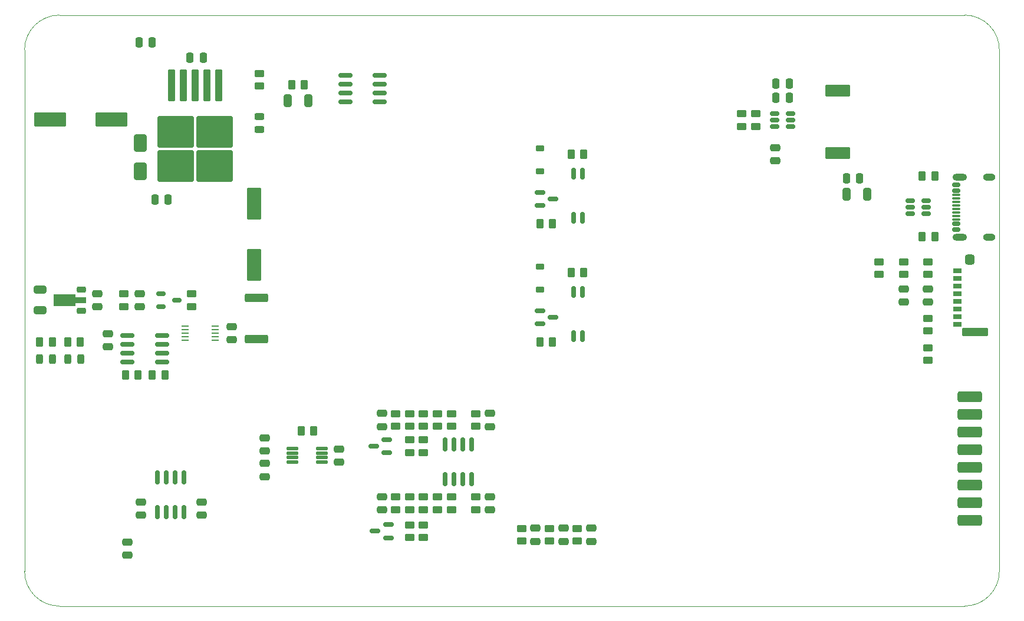
<source format=gbr>
%TF.GenerationSoftware,KiCad,Pcbnew,9.0.5*%
%TF.CreationDate,2025-12-08T19:50:26+01:00*%
%TF.ProjectId,inz,696e7a2e-6b69-4636-9164-5f7063625858,rev?*%
%TF.SameCoordinates,Original*%
%TF.FileFunction,Paste,Top*%
%TF.FilePolarity,Positive*%
%FSLAX46Y46*%
G04 Gerber Fmt 4.6, Leading zero omitted, Abs format (unit mm)*
G04 Created by KiCad (PCBNEW 9.0.5) date 2025-12-08 19:50:26*
%MOMM*%
%LPD*%
G01*
G04 APERTURE LIST*
G04 Aperture macros list*
%AMRoundRect*
0 Rectangle with rounded corners*
0 $1 Rounding radius*
0 $2 $3 $4 $5 $6 $7 $8 $9 X,Y pos of 4 corners*
0 Add a 4 corners polygon primitive as box body*
4,1,4,$2,$3,$4,$5,$6,$7,$8,$9,$2,$3,0*
0 Add four circle primitives for the rounded corners*
1,1,$1+$1,$2,$3*
1,1,$1+$1,$4,$5*
1,1,$1+$1,$6,$7*
1,1,$1+$1,$8,$9*
0 Add four rect primitives between the rounded corners*
20,1,$1+$1,$2,$3,$4,$5,0*
20,1,$1+$1,$4,$5,$6,$7,0*
20,1,$1+$1,$6,$7,$8,$9,0*
20,1,$1+$1,$8,$9,$2,$3,0*%
%AMFreePoly0*
4,1,9,3.862500,-0.866500,0.737500,-0.866500,0.737500,-0.450000,-0.737500,-0.450000,-0.737500,0.450000,0.737500,0.450000,0.737500,0.866500,3.862500,0.866500,3.862500,-0.866500,3.862500,-0.866500,$1*%
G04 Aperture macros list end*
%ADD10RoundRect,0.250000X0.450000X-0.262500X0.450000X0.262500X-0.450000X0.262500X-0.450000X-0.262500X0*%
%ADD11RoundRect,0.250000X0.262500X0.450000X-0.262500X0.450000X-0.262500X-0.450000X0.262500X-0.450000X0*%
%ADD12RoundRect,0.250000X0.250000X0.475000X-0.250000X0.475000X-0.250000X-0.475000X0.250000X-0.475000X0*%
%ADD13RoundRect,0.250000X-0.450000X0.262500X-0.450000X-0.262500X0.450000X-0.262500X0.450000X0.262500X0*%
%ADD14RoundRect,0.150000X0.512500X0.150000X-0.512500X0.150000X-0.512500X-0.150000X0.512500X-0.150000X0*%
%ADD15RoundRect,0.243750X-0.456250X0.243750X-0.456250X-0.243750X0.456250X-0.243750X0.456250X0.243750X0*%
%ADD16RoundRect,0.250000X-0.325000X-0.650000X0.325000X-0.650000X0.325000X0.650000X-0.325000X0.650000X0*%
%ADD17RoundRect,0.250000X-0.475000X0.250000X-0.475000X-0.250000X0.475000X-0.250000X0.475000X0.250000X0*%
%ADD18RoundRect,0.225000X-0.375000X0.225000X-0.375000X-0.225000X0.375000X-0.225000X0.375000X0.225000X0*%
%ADD19RoundRect,0.250000X0.650000X-1.000000X0.650000X1.000000X-0.650000X1.000000X-0.650000X-1.000000X0*%
%ADD20RoundRect,0.250000X-0.250000X-0.475000X0.250000X-0.475000X0.250000X0.475000X-0.250000X0.475000X0*%
%ADD21RoundRect,0.150000X0.587500X0.150000X-0.587500X0.150000X-0.587500X-0.150000X0.587500X-0.150000X0*%
%ADD22RoundRect,0.250000X-2.375000X2.025000X-2.375000X-2.025000X2.375000X-2.025000X2.375000X2.025000X0*%
%ADD23RoundRect,0.250000X-0.300000X2.050000X-0.300000X-2.050000X0.300000X-2.050000X0.300000X2.050000X0*%
%ADD24RoundRect,0.250001X2.049999X0.799999X-2.049999X0.799999X-2.049999X-0.799999X2.049999X-0.799999X0*%
%ADD25RoundRect,0.250000X-1.425000X0.362500X-1.425000X-0.362500X1.425000X-0.362500X1.425000X0.362500X0*%
%ADD26RoundRect,0.250000X-0.262500X-0.450000X0.262500X-0.450000X0.262500X0.450000X-0.262500X0.450000X0*%
%ADD27RoundRect,0.150000X-0.825000X-0.150000X0.825000X-0.150000X0.825000X0.150000X-0.825000X0.150000X0*%
%ADD28RoundRect,0.150000X0.425000X-0.150000X0.425000X0.150000X-0.425000X0.150000X-0.425000X-0.150000X0*%
%ADD29RoundRect,0.075000X0.500000X-0.075000X0.500000X0.075000X-0.500000X0.075000X-0.500000X-0.075000X0*%
%ADD30O,2.100000X1.000000*%
%ADD31O,1.800000X1.000000*%
%ADD32RoundRect,0.125000X-0.687500X-0.125000X0.687500X-0.125000X0.687500X0.125000X-0.687500X0.125000X0*%
%ADD33RoundRect,0.150000X-0.512500X-0.150000X0.512500X-0.150000X0.512500X0.150000X-0.512500X0.150000X0*%
%ADD34RoundRect,0.150000X-0.150000X0.662500X-0.150000X-0.662500X0.150000X-0.662500X0.150000X0.662500X0*%
%ADD35RoundRect,0.250000X-0.650000X0.325000X-0.650000X-0.325000X0.650000X-0.325000X0.650000X0.325000X0*%
%ADD36RoundRect,0.225000X0.425000X0.225000X-0.425000X0.225000X-0.425000X-0.225000X0.425000X-0.225000X0*%
%ADD37FreePoly0,180.000000*%
%ADD38RoundRect,0.150000X-0.587500X-0.150000X0.587500X-0.150000X0.587500X0.150000X-0.587500X0.150000X0*%
%ADD39RoundRect,0.250000X0.475000X-0.250000X0.475000X0.250000X-0.475000X0.250000X-0.475000X-0.250000X0*%
%ADD40RoundRect,0.250000X0.325000X0.650000X-0.325000X0.650000X-0.325000X-0.650000X0.325000X-0.650000X0*%
%ADD41RoundRect,0.049000X0.551000X-0.301000X0.551000X0.301000X-0.551000X0.301000X-0.551000X-0.301000X0*%
%ADD42RoundRect,0.300000X1.600000X-0.300000X1.600000X0.300000X-1.600000X0.300000X-1.600000X-0.300000X0*%
%ADD43RoundRect,0.350000X0.350000X-0.375000X0.350000X0.375000X-0.350000X0.375000X-0.350000X-0.375000X0*%
%ADD44R,1.100000X0.250000*%
%ADD45RoundRect,0.255000X-1.545000X0.595000X-1.545000X-0.595000X1.545000X-0.595000X1.545000X0.595000X0*%
%ADD46RoundRect,0.243750X0.243750X0.456250X-0.243750X0.456250X-0.243750X-0.456250X0.243750X-0.456250X0*%
%ADD47RoundRect,0.250001X-0.799999X2.049999X-0.799999X-2.049999X0.799999X-2.049999X0.799999X2.049999X0*%
%ADD48RoundRect,0.150000X-0.150000X0.825000X-0.150000X-0.825000X0.150000X-0.825000X0.150000X0.825000X0*%
%ADD49RoundRect,0.250000X-1.500000X-0.500000X1.500000X-0.500000X1.500000X0.500000X-1.500000X0.500000X0*%
%TA.AperFunction,Profile*%
%ADD50C,0.050000*%
%TD*%
G04 APERTURE END LIST*
D10*
%TO.C,R212*%
X112297762Y-94151717D03*
X112297762Y-92326717D03*
%TD*%
D11*
%TO.C,R607*%
X61000000Y-70000000D03*
X59175000Y-70000000D03*
%TD*%
D12*
%TO.C,C402*%
X162806319Y-34865093D03*
X160906319Y-34865093D03*
%TD*%
D10*
%TO.C,R407*%
X132378662Y-98654732D03*
X132378662Y-96829732D03*
%TD*%
%TO.C,R207*%
X108297762Y-85901717D03*
X108297762Y-84076717D03*
%TD*%
D12*
%TO.C,C602*%
X71350000Y-26900000D03*
X69450000Y-26900000D03*
%TD*%
D13*
%TO.C,R208*%
X110297762Y-80326717D03*
X110297762Y-82151717D03*
%TD*%
D11*
%TO.C,R501*%
X133325000Y-60000000D03*
X131500000Y-60000000D03*
%TD*%
D13*
%TO.C,R217*%
X110297762Y-92326717D03*
X110297762Y-94151717D03*
%TD*%
D14*
%TO.C,U401*%
X182494307Y-51580275D03*
X182494307Y-50630275D03*
X182494307Y-49680275D03*
X180219307Y-49680275D03*
X180219307Y-50630275D03*
X180219307Y-51580275D03*
%TD*%
D15*
%TO.C,D602*%
X86700000Y-37562500D03*
X86700000Y-39437500D03*
%TD*%
D10*
%TO.C,R603*%
X67255000Y-64912500D03*
X67255000Y-63087500D03*
%TD*%
D11*
%TO.C,R401*%
X183744307Y-54880275D03*
X181919307Y-54880275D03*
%TD*%
D16*
%TO.C,C410*%
X171053813Y-48773171D03*
X174003813Y-48773171D03*
%TD*%
D17*
%TO.C,C607*%
X65000000Y-68800000D03*
X65000000Y-70700000D03*
%TD*%
%TO.C,C203*%
X104297762Y-80289217D03*
X104297762Y-82189217D03*
%TD*%
D18*
%TO.C,D502*%
X127000000Y-42200000D03*
X127000000Y-45500000D03*
%TD*%
D13*
%TO.C,R410*%
X175724832Y-58493946D03*
X175724832Y-60318946D03*
%TD*%
%TO.C,R215*%
X108297762Y-92326717D03*
X108297762Y-94151717D03*
%TD*%
D19*
%TO.C,D601*%
X69630000Y-45425000D03*
X69630000Y-41425000D03*
%TD*%
D10*
%TO.C,R210*%
X114297762Y-94151717D03*
X114297762Y-92326717D03*
%TD*%
D13*
%TO.C,R404*%
X156000000Y-37200000D03*
X156000000Y-39025000D03*
%TD*%
D10*
%TO.C,R601*%
X86700000Y-33200000D03*
X86700000Y-31375000D03*
%TD*%
D11*
%TO.C,R504*%
X128825000Y-53000000D03*
X127000000Y-53000000D03*
%TD*%
D20*
%TO.C,C604*%
X71705000Y-49500000D03*
X73605000Y-49500000D03*
%TD*%
D13*
%TO.C,R604*%
X77005000Y-63087500D03*
X77005000Y-64912500D03*
%TD*%
D11*
%TO.C,R602*%
X57000000Y-70000000D03*
X55175000Y-70000000D03*
%TD*%
D21*
%TO.C,U203*%
X104985262Y-85939217D03*
X104985262Y-84039217D03*
X103110262Y-84989217D03*
%TD*%
D22*
%TO.C,U601*%
X80275000Y-39825000D03*
X74725000Y-39825000D03*
X80275000Y-44675000D03*
X74725000Y-44675000D03*
D23*
X80900000Y-33100000D03*
X79200000Y-33100000D03*
X77500000Y-33100000D03*
X75800000Y-33100000D03*
X74100000Y-33100000D03*
%TD*%
D12*
%TO.C,C603*%
X78650000Y-29100000D03*
X76750000Y-29100000D03*
%TD*%
D13*
%TO.C,R408*%
X182724832Y-58493946D03*
X182724832Y-60318946D03*
%TD*%
D24*
%TO.C,C601*%
X65455591Y-38027795D03*
X56655591Y-38027795D03*
%TD*%
D17*
%TO.C,C606*%
X82750000Y-67800000D03*
X82750000Y-69700000D03*
%TD*%
D14*
%TO.C,U402*%
X162993819Y-39065093D03*
X162993819Y-38115093D03*
X162993819Y-37165093D03*
X160718819Y-37165093D03*
X160718819Y-38115093D03*
X160718819Y-39065093D03*
%TD*%
D25*
%TO.C,R608*%
X86300000Y-63637500D03*
X86300000Y-69562500D03*
%TD*%
D13*
%TO.C,R201*%
X114297762Y-80326717D03*
X114297762Y-82151717D03*
%TD*%
D26*
%TO.C,R606*%
X71337500Y-74750000D03*
X73162500Y-74750000D03*
%TD*%
D17*
%TO.C,C409*%
X182724832Y-62368946D03*
X182724832Y-64268946D03*
%TD*%
D27*
%TO.C,U603*%
X67775000Y-69095000D03*
X67775000Y-70365000D03*
X67775000Y-71635000D03*
X67775000Y-72905000D03*
X72725000Y-72905000D03*
X72725000Y-71635000D03*
X72725000Y-70365000D03*
X72725000Y-69095000D03*
%TD*%
D11*
%TO.C,R503*%
X133325000Y-43000000D03*
X131500000Y-43000000D03*
%TD*%
D17*
%TO.C,C408*%
X179224832Y-62368946D03*
X179224832Y-64268946D03*
%TD*%
D10*
%TO.C,R412*%
X182750000Y-72662500D03*
X182750000Y-70837500D03*
%TD*%
%TO.C,R406*%
X128378662Y-98654732D03*
X128378662Y-96829732D03*
%TD*%
D28*
%TO.C,J402*%
X186775000Y-53825000D03*
X186775000Y-53025000D03*
D29*
X186775000Y-51875000D03*
X186775000Y-50875000D03*
X186775000Y-50375000D03*
X186775000Y-49375000D03*
D28*
X186775000Y-48225000D03*
X186775000Y-47425000D03*
X186775000Y-47425000D03*
X186775000Y-48225000D03*
D29*
X186775000Y-48875000D03*
X186775000Y-49875000D03*
X186775000Y-51375000D03*
X186775000Y-52375000D03*
D28*
X186775000Y-53025000D03*
X186775000Y-53825000D03*
D30*
X187350000Y-54945000D03*
D31*
X191530000Y-54945000D03*
D30*
X187350000Y-46305000D03*
D31*
X191530000Y-46305000D03*
%TD*%
D13*
%TO.C,R214*%
X108297762Y-96326717D03*
X108297762Y-98151717D03*
%TD*%
D32*
%TO.C,U201*%
X91500000Y-85350000D03*
X91500000Y-86000000D03*
X91500000Y-86650000D03*
X91500000Y-87300000D03*
X95725000Y-87300000D03*
X95725000Y-86650000D03*
X95725000Y-86000000D03*
X95725000Y-85350000D03*
%TD*%
D33*
%TO.C,U605*%
X72617500Y-63050000D03*
X72617500Y-64950000D03*
X74892500Y-64000000D03*
%TD*%
D34*
%TO.C,U502*%
X133135000Y-45812500D03*
X131865000Y-45812500D03*
X131865000Y-52187500D03*
X133135000Y-52187500D03*
%TD*%
D35*
%TO.C,C608*%
X55205000Y-62525000D03*
X55205000Y-65475000D03*
%TD*%
D36*
%TO.C,U604*%
X61155000Y-65500000D03*
D37*
X61067500Y-64000000D03*
D36*
X61155000Y-62500000D03*
%TD*%
D13*
%TO.C,R411*%
X182724832Y-66618946D03*
X182724832Y-68443946D03*
%TD*%
D17*
%TO.C,C201*%
X98135000Y-85405000D03*
X98135000Y-87305000D03*
%TD*%
D10*
%TO.C,R213*%
X117797762Y-94151717D03*
X117797762Y-92326717D03*
%TD*%
D17*
%TO.C,C210*%
X69700000Y-93050000D03*
X69700000Y-94950000D03*
%TD*%
D26*
%TO.C,R301*%
X91345247Y-33062747D03*
X93170247Y-33062747D03*
%TD*%
D38*
%TO.C,Q501*%
X127000000Y-65500000D03*
X127000000Y-67400000D03*
X128875000Y-66450000D03*
%TD*%
D17*
%TO.C,C405*%
X134378662Y-96792232D03*
X134378662Y-98692232D03*
%TD*%
D38*
%TO.C,Q502*%
X127000000Y-48500000D03*
X127000000Y-50400000D03*
X128875000Y-49450000D03*
%TD*%
D27*
%TO.C,U301*%
X99050000Y-31690000D03*
X99050000Y-32960000D03*
X99050000Y-34230000D03*
X99050000Y-35500000D03*
X104000000Y-35500000D03*
X104000000Y-34230000D03*
X104000000Y-32960000D03*
X104000000Y-31690000D03*
%TD*%
D17*
%TO.C,C407*%
X126378662Y-96792232D03*
X126378662Y-98692232D03*
%TD*%
D39*
%TO.C,C207*%
X78400000Y-94950000D03*
X78400000Y-93050000D03*
%TD*%
D34*
%TO.C,U501*%
X133135000Y-62812500D03*
X131865000Y-62812500D03*
X131865000Y-69187500D03*
X133135000Y-69187500D03*
%TD*%
D39*
%TO.C,C609*%
X63430000Y-64950000D03*
X63430000Y-63050000D03*
%TD*%
D40*
%TO.C,C301*%
X93732747Y-35312747D03*
X90782747Y-35312747D03*
%TD*%
D17*
%TO.C,C406*%
X130378662Y-96792232D03*
X130378662Y-98692232D03*
%TD*%
D11*
%TO.C,R502*%
X128825000Y-70000000D03*
X127000000Y-70000000D03*
%TD*%
D41*
%TO.C,J412*%
X186974832Y-59768946D03*
X186974832Y-60868946D03*
X186974832Y-61968946D03*
X186974832Y-63068946D03*
X186974832Y-64168946D03*
X186974832Y-65268946D03*
X186974832Y-66368946D03*
X186974832Y-67468946D03*
D42*
X189474832Y-68618946D03*
D43*
X188724832Y-58143946D03*
%TD*%
D44*
%TO.C,U602*%
X80400000Y-69750000D03*
X80400000Y-69250000D03*
X80400000Y-68750000D03*
X80400000Y-68250000D03*
X80400000Y-67750000D03*
X76100000Y-67750000D03*
X76100000Y-68250000D03*
X76100000Y-68750000D03*
X76100000Y-69250000D03*
X76100000Y-69750000D03*
%TD*%
D45*
%TO.C,L401*%
X169743819Y-33865093D03*
X169743819Y-42865093D03*
%TD*%
D10*
%TO.C,R216*%
X110297762Y-98151717D03*
X110297762Y-96326717D03*
%TD*%
D39*
%TO.C,C202*%
X119797762Y-82189217D03*
X119797762Y-80289217D03*
%TD*%
D13*
%TO.C,R409*%
X179224832Y-58493946D03*
X179224832Y-60318946D03*
%TD*%
D46*
%TO.C,D604*%
X61050000Y-72500000D03*
X59175000Y-72500000D03*
%TD*%
D10*
%TO.C,R206*%
X108297762Y-82151717D03*
X108297762Y-80326717D03*
%TD*%
D13*
%TO.C,R211*%
X106297762Y-92326717D03*
X106297762Y-94151717D03*
%TD*%
%TO.C,R203*%
X112297762Y-80326717D03*
X112297762Y-82151717D03*
%TD*%
D17*
%TO.C,C610*%
X69505000Y-63050000D03*
X69505000Y-64950000D03*
%TD*%
%TO.C,C204*%
X87500000Y-87500000D03*
X87500000Y-89400000D03*
%TD*%
%TO.C,C205*%
X87500000Y-83800000D03*
X87500000Y-85700000D03*
%TD*%
D47*
%TO.C,C605*%
X86000000Y-50100000D03*
X86000000Y-58900000D03*
%TD*%
D10*
%TO.C,R403*%
X158000000Y-39025000D03*
X158000000Y-37200000D03*
%TD*%
D17*
%TO.C,C208*%
X119797762Y-92289217D03*
X119797762Y-94189217D03*
%TD*%
D12*
%TO.C,C403*%
X162806319Y-32865093D03*
X160906319Y-32865093D03*
%TD*%
D26*
%TO.C,R605*%
X67500000Y-74750000D03*
X69325000Y-74750000D03*
%TD*%
D13*
%TO.C,R205*%
X117797762Y-80326717D03*
X117797762Y-82151717D03*
%TD*%
D18*
%TO.C,D501*%
X127000000Y-59200000D03*
X127000000Y-62500000D03*
%TD*%
D13*
%TO.C,R202*%
X106297762Y-80326717D03*
X106297762Y-82151717D03*
%TD*%
D17*
%TO.C,C206*%
X67750000Y-98800000D03*
X67750000Y-100700000D03*
%TD*%
D20*
%TO.C,C404*%
X171028813Y-46523171D03*
X172928813Y-46523171D03*
%TD*%
D13*
%TO.C,R209*%
X110297762Y-84076717D03*
X110297762Y-85901717D03*
%TD*%
D48*
%TO.C,U202*%
X117202762Y-84764217D03*
X115932762Y-84764217D03*
X114662762Y-84764217D03*
X113392762Y-84764217D03*
X113392762Y-89714217D03*
X114662762Y-89714217D03*
X115932762Y-89714217D03*
X117202762Y-89714217D03*
%TD*%
D10*
%TO.C,R405*%
X124378662Y-98654732D03*
X124378662Y-96829732D03*
%TD*%
D49*
%TO.C,J410*%
X188750000Y-77880000D03*
X188750000Y-80420000D03*
X188750000Y-82960000D03*
X188750000Y-85500000D03*
X188750000Y-88040000D03*
X188750000Y-90580000D03*
X188750000Y-93120000D03*
X188750000Y-95660000D03*
%TD*%
D48*
%TO.C,U206*%
X75890000Y-89525000D03*
X74620000Y-89525000D03*
X73350000Y-89525000D03*
X72080000Y-89525000D03*
X72080000Y-94475000D03*
X73350000Y-94475000D03*
X74620000Y-94475000D03*
X75890000Y-94475000D03*
%TD*%
D46*
%TO.C,D603*%
X57005000Y-72500000D03*
X55130000Y-72500000D03*
%TD*%
D11*
%TO.C,R402*%
X183744307Y-46130275D03*
X181919307Y-46130275D03*
%TD*%
D26*
%TO.C,R204*%
X92700000Y-82825000D03*
X94525000Y-82825000D03*
%TD*%
D39*
%TO.C,C401*%
X160800000Y-43950000D03*
X160800000Y-42050000D03*
%TD*%
D21*
%TO.C,U205*%
X105235262Y-98189217D03*
X105235262Y-96289217D03*
X103360262Y-97239217D03*
%TD*%
D39*
%TO.C,C209*%
X104297762Y-94189217D03*
X104297762Y-92289217D03*
%TD*%
D50*
X53000000Y-103000000D02*
X53000000Y-28000000D01*
X53000000Y-28000000D02*
G75*
G02*
X58000000Y-23000000I5000000J0D01*
G01*
X58000000Y-108000000D02*
G75*
G02*
X53000000Y-103000000I0J5000000D01*
G01*
X188000000Y-108000000D02*
X58000000Y-108000000D01*
X193000000Y-28000000D02*
X193000000Y-103000000D01*
X58000000Y-23000000D02*
X188000000Y-23000000D01*
X188000000Y-23000000D02*
G75*
G02*
X193000000Y-28000000I0J-5000000D01*
G01*
X193000000Y-103000000D02*
G75*
G02*
X188000000Y-108000000I-5000000J0D01*
G01*
M02*

</source>
